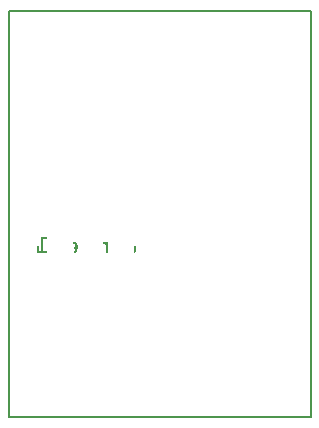
<source format=gbo>
G04 MADE WITH FRITZING*
G04 WWW.FRITZING.ORG*
G04 DOUBLE SIDED*
G04 HOLES PLATED*
G04 CONTOUR ON CENTER OF CONTOUR VECTOR*
%ASAXBY*%
%FSLAX23Y23*%
%MOIN*%
%OFA0B0*%
%SFA1.0B1.0*%
%ADD10R,1.014380X1.359050X0.998380X1.343050*%
%ADD11C,0.008000*%
%ADD12R,0.001000X0.001000*%
%LNSILK0*%
G90*
G70*
G54D11*
X4Y1355D02*
X1010Y1355D01*
X1010Y4D01*
X4Y4D01*
X4Y1355D01*
D02*
G54D12*
X113Y602D02*
X131Y602D01*
X113Y601D02*
X132Y601D01*
X113Y600D02*
X132Y600D01*
X113Y599D02*
X132Y599D01*
X113Y598D02*
X132Y598D01*
X113Y597D02*
X132Y597D01*
X113Y596D02*
X130Y596D01*
X113Y595D02*
X119Y595D01*
X113Y594D02*
X119Y594D01*
X113Y593D02*
X119Y593D01*
X113Y592D02*
X119Y592D01*
X113Y591D02*
X119Y591D01*
X113Y590D02*
X119Y590D01*
X113Y589D02*
X119Y589D01*
X113Y588D02*
X119Y588D01*
X217Y588D02*
X219Y588D01*
X113Y587D02*
X119Y587D01*
X217Y587D02*
X224Y587D01*
X317Y587D02*
X324Y587D01*
X328Y587D02*
X332Y587D01*
X113Y586D02*
X119Y586D01*
X218Y586D02*
X226Y586D01*
X318Y586D02*
X333Y586D01*
X113Y585D02*
X119Y585D01*
X219Y585D02*
X227Y585D01*
X319Y585D02*
X333Y585D01*
X113Y584D02*
X119Y584D01*
X219Y584D02*
X228Y584D01*
X319Y584D02*
X333Y584D01*
X113Y583D02*
X119Y583D01*
X220Y583D02*
X229Y583D01*
X320Y583D02*
X333Y583D01*
X113Y582D02*
X119Y582D01*
X220Y582D02*
X230Y582D01*
X320Y582D02*
X333Y582D01*
X113Y581D02*
X119Y581D01*
X220Y581D02*
X231Y581D01*
X320Y581D02*
X333Y581D01*
X113Y580D02*
X119Y580D01*
X223Y580D02*
X231Y580D01*
X323Y580D02*
X333Y580D01*
X113Y579D02*
X119Y579D01*
X224Y579D02*
X232Y579D01*
X324Y579D02*
X333Y579D01*
X113Y578D02*
X119Y578D01*
X225Y578D02*
X232Y578D01*
X325Y578D02*
X333Y578D01*
X113Y577D02*
X119Y577D01*
X226Y577D02*
X232Y577D01*
X326Y577D02*
X333Y577D01*
X113Y576D02*
X119Y576D01*
X226Y576D02*
X232Y576D01*
X327Y576D02*
X333Y576D01*
X113Y575D02*
X119Y575D01*
X226Y575D02*
X232Y575D01*
X327Y575D02*
X333Y575D01*
X113Y574D02*
X119Y574D01*
X226Y574D02*
X233Y574D01*
X327Y574D02*
X333Y574D01*
X101Y573D02*
X103Y573D01*
X113Y573D02*
X119Y573D01*
X226Y573D02*
X233Y573D01*
X327Y573D02*
X333Y573D01*
X425Y573D02*
X427Y573D01*
X100Y572D02*
X104Y572D01*
X113Y572D02*
X119Y572D01*
X226Y572D02*
X233Y572D01*
X327Y572D02*
X333Y572D01*
X424Y572D02*
X428Y572D01*
X99Y571D02*
X105Y571D01*
X113Y571D02*
X119Y571D01*
X226Y571D02*
X233Y571D01*
X327Y571D02*
X333Y571D01*
X423Y571D02*
X429Y571D01*
X99Y570D02*
X105Y570D01*
X113Y570D02*
X119Y570D01*
X223Y570D02*
X233Y570D01*
X327Y570D02*
X333Y570D01*
X423Y570D02*
X429Y570D01*
X99Y569D02*
X105Y569D01*
X113Y569D02*
X119Y569D01*
X223Y569D02*
X233Y569D01*
X327Y569D02*
X333Y569D01*
X423Y569D02*
X429Y569D01*
X99Y568D02*
X105Y568D01*
X113Y568D02*
X119Y568D01*
X223Y568D02*
X233Y568D01*
X327Y568D02*
X333Y568D01*
X423Y568D02*
X429Y568D01*
X99Y567D02*
X105Y567D01*
X113Y567D02*
X119Y567D01*
X223Y567D02*
X233Y567D01*
X327Y567D02*
X333Y567D01*
X423Y567D02*
X429Y567D01*
X99Y566D02*
X105Y566D01*
X113Y566D02*
X119Y566D01*
X223Y566D02*
X233Y566D01*
X327Y566D02*
X333Y566D01*
X423Y566D02*
X429Y566D01*
X99Y565D02*
X105Y565D01*
X113Y565D02*
X119Y565D01*
X223Y565D02*
X233Y565D01*
X327Y565D02*
X333Y565D01*
X423Y565D02*
X429Y565D01*
X99Y564D02*
X105Y564D01*
X113Y564D02*
X119Y564D01*
X223Y564D02*
X233Y564D01*
X327Y564D02*
X333Y564D01*
X423Y564D02*
X429Y564D01*
X99Y563D02*
X105Y563D01*
X113Y563D02*
X119Y563D01*
X226Y563D02*
X233Y563D01*
X327Y563D02*
X333Y563D01*
X423Y563D02*
X429Y563D01*
X99Y562D02*
X105Y562D01*
X113Y562D02*
X119Y562D01*
X226Y562D02*
X233Y562D01*
X327Y562D02*
X333Y562D01*
X423Y562D02*
X429Y562D01*
X99Y561D02*
X105Y561D01*
X113Y561D02*
X119Y561D01*
X226Y561D02*
X232Y561D01*
X327Y561D02*
X333Y561D01*
X423Y561D02*
X429Y561D01*
X99Y560D02*
X105Y560D01*
X113Y560D02*
X119Y560D01*
X226Y560D02*
X232Y560D01*
X327Y560D02*
X333Y560D01*
X423Y560D02*
X429Y560D01*
X99Y559D02*
X105Y559D01*
X113Y559D02*
X119Y559D01*
X226Y559D02*
X232Y559D01*
X327Y559D02*
X333Y559D01*
X423Y559D02*
X429Y559D01*
X99Y558D02*
X105Y558D01*
X113Y558D02*
X119Y558D01*
X225Y558D02*
X232Y558D01*
X327Y558D02*
X333Y558D01*
X423Y558D02*
X429Y558D01*
X99Y557D02*
X105Y557D01*
X113Y557D02*
X119Y557D01*
X224Y557D02*
X232Y557D01*
X327Y557D02*
X333Y557D01*
X423Y557D02*
X429Y557D01*
X99Y556D02*
X105Y556D01*
X113Y556D02*
X119Y556D01*
X222Y556D02*
X231Y556D01*
X327Y556D02*
X333Y556D01*
X423Y556D02*
X429Y556D01*
X99Y555D02*
X131Y555D01*
X222Y555D02*
X231Y555D01*
X327Y555D02*
X333Y555D01*
X423Y555D02*
X428Y555D01*
X99Y554D02*
X132Y554D01*
X222Y554D02*
X230Y554D01*
X327Y554D02*
X333Y554D01*
X423Y554D02*
X428Y554D01*
X99Y553D02*
X132Y553D01*
X222Y553D02*
X229Y553D01*
X327Y553D02*
X333Y553D01*
X423Y553D02*
X427Y553D01*
X99Y552D02*
X132Y552D01*
X221Y552D02*
X228Y552D01*
X327Y552D02*
X333Y552D01*
X423Y552D02*
X426Y552D01*
X99Y551D02*
X132Y551D01*
X221Y551D02*
X226Y551D01*
X327Y551D02*
X333Y551D01*
X423Y551D02*
X425Y551D01*
X100Y550D02*
X132Y550D01*
X221Y550D02*
X225Y550D01*
X328Y550D02*
X332Y550D01*
X423Y550D02*
X424Y550D01*
X101Y549D02*
X131Y549D01*
X220Y549D02*
X223Y549D01*
X329Y549D02*
X331Y549D01*
D02*
G04 End of Silk0*
M02*
</source>
